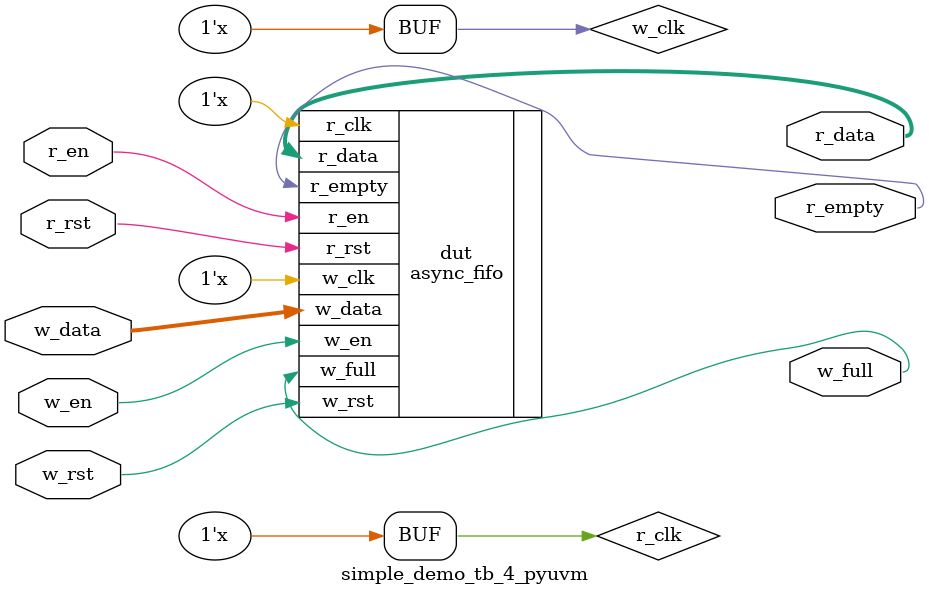
<source format=sv>

module simple_demo_tb_4_pyuvm(
    input logic w_rst, w_en,
    input logic r_rst, r_en,
    input logic [7 : 0] w_data,
    output logic [7 : 0] r_data,
    output logic w_full, r_empty
);
    
    parameter DATA_SIZE = 8;
    parameter ADDR_SIZE = 4;
    logic w_clk;
    logic r_clk;
    async_fifo #(
        .DATA_SIZE(DATA_SIZE),
        .ADDR_SIZE(ADDR_SIZE)
    ) dut (
        .w_full(w_full),
        .w_en(w_en),
        .w_clk(w_clk),
        .w_rst(w_rst),
        .w_data(w_data),

        .r_empty(r_empty),
        .r_en(r_en),
        .r_clk(r_clk),
        .r_rst(r_rst),
        .r_data(r_data)
    );
    
    initial begin
        w_clk = 0;
        r_clk = 0;
    end

    always #5 w_clk = !w_clk;
    always #7 r_clk = !r_clk;
    
    /*
    
    initial begin
        r_clk = 0;
        r_rst = 1;    
        // repeat(5) @ (posedge r_clk);
        repeat (5) #7;
        r_rst = 0;
        // repeat(5) @ (posedge r_clk);
        #35;
        r_rst = 1;
    end
    
    initial begin
        w_clk = 0;
        w_rst = 1;
        #25;
        w_rst = 0;
        #25;
        w_rst = 1;
    end

    initial begin
        logic [7 : 0] random_data;
        w_data = 0;
        w_en   = 0;
        r_en   = 0;
        for (int i=0; i<40; i++) begin
            random_data = $random % 256;
            write_data(random_data);
            if (i%2 == 0) begin
                read_data();
            end
        end

        for (int i = 0; i < 20; i++) begin
            read_data();
        end

        $finish;
    end

    task write_data;
        input [DATA_SIZE-1 : 0] data;
        begin
            // @ (posedge w_clk);
            // #5;
            wait_w_clock_cycles(1);
            if(!w_full) begin
                w_en = 1;
                w_data = data;
            end
            //@(posedge w_clk);
            // #5;
            wait_w_clock_cycles(1);
            w_en = 0;
        end
    endtask

    task read_data;
        begin
            @ (posedge r_clk);
            //wait_w_clock_cycles(1);
            if(!r_empty) begin
                r_en = 1;
            end
            //@ (posedge r_clk);
            //#7;
            r_en = 0;
        end
    endtask


    // Task to wait for a specific number of clock cycles
    task wait_w_clock_cycles(input int num_cycles);
        int count;
        begin
            for (count = 0; count < num_cycles; count++) begin
                @(posedge w_clk);
            end
        end
    endtask
    */
endmodule
</source>
